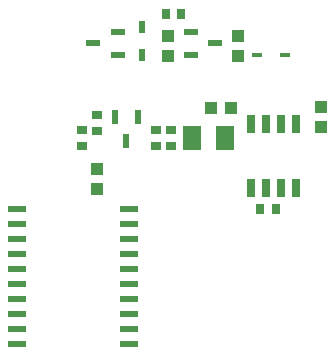
<source format=gbp>
G04 EAGLE Gerber RS-274X export*
G75*
%MOMM*%
%FSLAX34Y34*%
%LPD*%
%INSolderpaste Bottom*%
%IPPOS*%
%AMOC8*
5,1,8,0,0,1.08239X$1,22.5*%
G01*
%ADD10R,1.100000X1.000000*%
%ADD11R,1.000000X1.100000*%
%ADD12R,0.500000X1.000000*%
%ADD13R,0.650000X1.528000*%
%ADD14R,1.250000X0.600000*%
%ADD15R,0.900000X0.700000*%
%ADD16R,1.600000X2.000000*%
%ADD17R,0.700000X0.900000*%
%ADD18R,0.840000X0.460000*%
%ADD19R,1.600200X0.558800*%
%ADD20R,0.600000X1.250000*%


D10*
X29000Y215000D03*
X46000Y215000D03*
D11*
X122500Y199000D03*
X122500Y216000D03*
X-67500Y146500D03*
X-67500Y163500D03*
X-7500Y276000D03*
X-7500Y259000D03*
X52500Y259000D03*
X52500Y276000D03*
D12*
X-28900Y260100D03*
X-28900Y284100D03*
D13*
X101550Y147890D03*
X88850Y147890D03*
X76150Y147890D03*
X63450Y147890D03*
X63450Y202110D03*
X76150Y202110D03*
X88850Y202110D03*
X101550Y202110D03*
D14*
X-49500Y279550D03*
X-49500Y260450D03*
X-70500Y270000D03*
D15*
X-5000Y183500D03*
X-5000Y196500D03*
D16*
X41500Y190000D03*
X13500Y190000D03*
D15*
X-17500Y183500D03*
X-17500Y196500D03*
X-80000Y183500D03*
X-80000Y196500D03*
D17*
X71000Y130000D03*
X84000Y130000D03*
X4000Y295000D03*
X-9000Y295000D03*
D18*
X91500Y260000D03*
X68500Y260000D03*
D14*
X12000Y260500D03*
X12000Y279500D03*
X33000Y270000D03*
D19*
X-40383Y129650D03*
X-40383Y116950D03*
X-40383Y104250D03*
X-40383Y91550D03*
X-40383Y78850D03*
X-40383Y66150D03*
X-40383Y53450D03*
X-40383Y40750D03*
X-40383Y28050D03*
X-40383Y15350D03*
X-134617Y15350D03*
X-134617Y28050D03*
X-134617Y40750D03*
X-134617Y53450D03*
X-134617Y66150D03*
X-134617Y78850D03*
X-134617Y91550D03*
X-134617Y104250D03*
X-134617Y116950D03*
X-134617Y129650D03*
D15*
X-67500Y209000D03*
X-67500Y196000D03*
D20*
X-52050Y208000D03*
X-32950Y208000D03*
X-42500Y187000D03*
M02*

</source>
